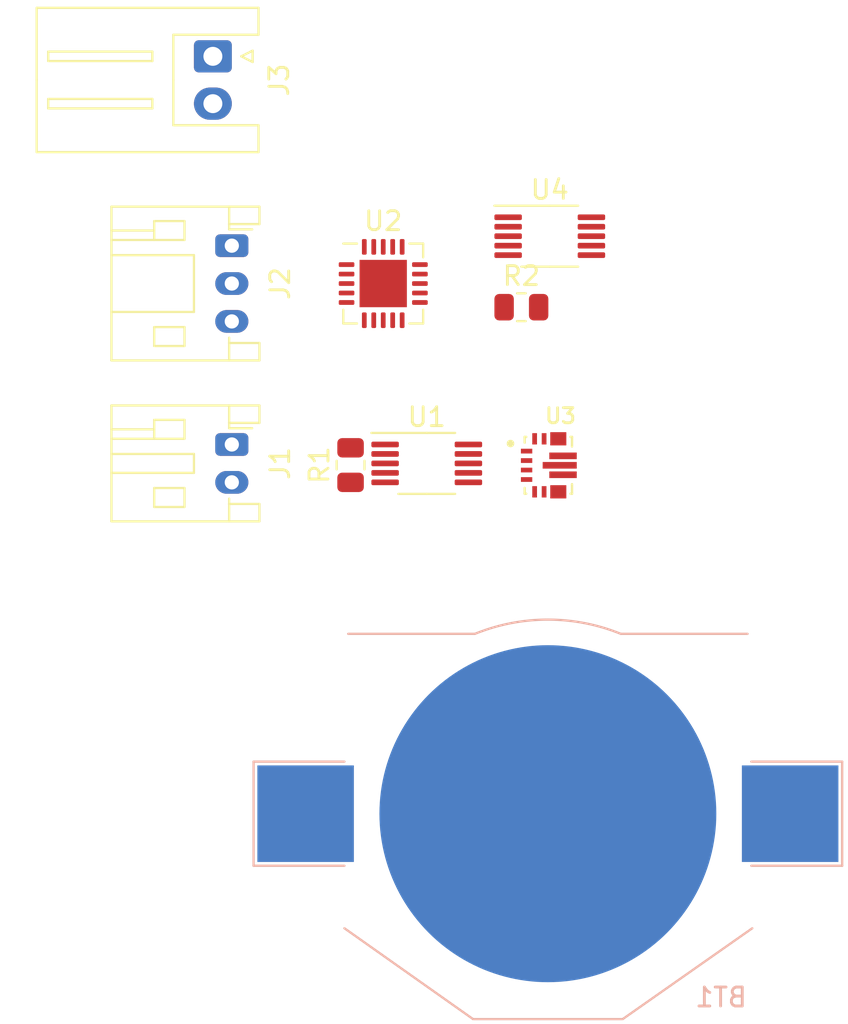
<source format=kicad_pcb>
(kicad_pcb (version 20221018) (generator pcbnew)
  (layers (0 "F.Cu" signal) (31 "B.Cu" signal) (34 "B.Paste" user) (35 "F.Paste" user) (36 "B.SilkS" user "B.Silkscreen") (37 "F.SilkS" user "F.Silkscreen") (38 "B.Mask" user) (39 "F.Mask" user) (44 "Edge.Cuts" user))
  (net 0 "")
  (net 1 "Net-(U2-V_{BAT_SENSE})")
  (net 3 "Net-(U4-Vbus)")
  (net 8 "VDD_BUS")
  (net 11 "Net-(J1-Pin_1)")
  (net 13 "Net-(U2-IN-Pad18)")
  (net 14 "VDD")
  (net 17 "I2C_SDA")
  (net 18 "I2C_SCL")
  (net 19 "GND")
  (net 20 "Net-(D1-A)")
  (net 21 "VBUS")
  (net 22 "Net-(J2-Pin_2)")
  (net 26 "VBU")
  (net 42 "Net-(J3-Pin_1)")
  (footprint "Connector_JST:JST_XH_S2B-XH-A_1x02_P2.50mm_Horizontal" (layer "F.Cu") (at 47 44 -90)
    (fp_text reference "J3" (at 1.25 -3.5 90) (layer "F.SilkS"))
    (fp_text value "Battery")
    (fp_line (start -2.56 -2.41) (end -1.14 -2.41) (stroke (width 0.12)) (layer "F.SilkS"))
    (fp_line (start -2.56 9.31) (end -2.56 -2.41) (stroke (width 0.12)) (layer "F.SilkS"))
    (fp_line (start -1.14 -2.41) (end -1.14 2.09) (stroke (width 0.12)) (layer "F.SilkS"))
    (fp_line (start -1.14 2.09) (end 1.25 2.09) (stroke (width 0.12)) (layer "F.SilkS"))
    (fp_line (start -0.3 -2.1) (end 0.3 -2.1) (stroke (width 0.12)) (layer "F.SilkS"))
    (fp_line (start -0.25 3.2) (end -0.25 8.7) (stroke (width 0.12)) (layer "F.SilkS"))
    (fp_line (start -0.25 8.7) (end 0.25 8.7) (stroke (width 0.12)) (layer "F.SilkS"))
    (fp_line (start 0 -1.5) (end -0.3 -2.1) (stroke (width 0.12)) (layer "F.SilkS"))
    (fp_line (start 0.25 3.2) (end -0.25 3.2) (stroke (width 0.12)) (layer "F.SilkS"))
    (fp_line (start 0.25 8.7) (end 0.25 3.2) (stroke (width 0.12)) (layer "F.SilkS"))
    (fp_line (start 0.3 -2.1) (end 0 -1.5) (stroke (width 0.12)) (layer "F.SilkS"))
    (fp_line (start 1.25 9.31) (end -2.56 9.31) (stroke (width 0.12)) (layer "F.SilkS"))
    (fp_line (start 1.25 9.31) (end 5.06 9.31) (stroke (width 0.12)) (layer "F.SilkS"))
    (fp_line (start 2.25 3.2) (end 2.25 8.7) (stroke (width 0.12)) (layer "F.SilkS"))
    (fp_line (start 2.25 8.7) (end 2.75 8.7) (stroke (width 0.12)) (layer "F.SilkS"))
    (fp_line (start 2.75 3.2) (end 2.25 3.2) (stroke (width 0.12)) (layer "F.SilkS"))
    (fp_line (start 2.75 8.7) (end 2.75 3.2) (stroke (width 0.12)) (layer "F.SilkS"))
    (fp_line (start 3.64 -2.41) (end 3.64 2.09) (stroke (width 0.12)) (layer "F.SilkS"))
    (fp_line (start 3.64 2.09) (end 1.25 2.09) (stroke (width 0.12)) (layer "F.SilkS"))
    (fp_line (start 5.06 -2.41) (end 3.64 -2.41) (stroke (width 0.12)) (layer "F.SilkS"))
    (fp_line (start 5.06 9.31) (end 5.06 -2.41) (stroke (width 0.12)) (layer "F.SilkS"))
    (pad "1" thru_hole roundrect (at 0 0 270) (size 1.7 2) (drill 1) (layers "*.Cu" "*.Mask") (roundrect_rratio 0.147059) (net 42 "Net-(J3-Pin_1)"))
    (pad "2" thru_hole oval (at 2.5 0 270) (size 1.7 2) (drill 1) (layers "*.Cu" "*.Mask") (net 19 "GND"))
  )
  (footprint "WOBCLibrary:VREG_TPS63070RNMR" (layer "F.Cu") (at 64.725 65.6)
    (fp_text reference "U3" (at 0.64 -2.608) (layer "F.SilkS") (effects (font (size 0.8 0.8))))
    (fp_text value "TPS63070RNMR")
    (fp_line (start -1.25 -1.5) (end -1.25 -1.195) (stroke (width 0.127)) (layer "F.SilkS"))
    (fp_line (start -1.25 1.5) (end -1.25 1.195) (stroke (width 0.127)) (layer "F.SilkS"))
    (fp_line (start -1.17 -1.5) (end -1.25 -1.5) (stroke (width 0.127)) (layer "F.SilkS"))
    (fp_line (start -1.17 1.5) (end -1.25 1.5) (stroke (width 0.127)) (layer "F.SilkS"))
    (fp_line (start 1.17 -1.5) (end 1.25 -1.5) (stroke (width 0.127)) (layer "F.SilkS"))
    (fp_line (start 1.25 -1.5) (end 1.25 -0.995) (stroke (width 0.127)) (layer "F.SilkS"))
    (fp_line (start 1.25 0.995) (end 1.25 1.5) (stroke (width 0.127)) (layer "F.SilkS"))
    (fp_line (start 1.25 1.5) (end 1.17 1.5) (stroke (width 0.127)) (layer "F.SilkS"))
    (fp_circle (center -2 -1.15) (end -1.9 -1.15) (stroke (width 0.2)) (fill none) (layer "F.SilkS"))
    (pad "1" smd roundrect (at -1.15 -0.75) (size 0.6 0.25) (layers "F.Cu" "F.Paste") (roundrect_rratio 0.01))
    (pad "2" smd roundrect (at -1.15 -0.25) (size 0.6 0.25) (layers "F.Cu" "F.Paste") (roundrect_rratio 0.01))
    (pad "3" smd roundrect (at -1.15 0.25) (size 0.6 0.25) (layers "F.Cu" "F.Paste") (roundrect_rratio 0.01))
    (pad "4" smd roundrect (at -1.15 0.75) (size 0.6 0.25) (layers "F.Cu" "F.Paste") (roundrect_rratio 0.01))
    (pad "5" smd roundrect (at -0.725 1.4) (size 0.25 0.6) (layers "F.Cu" "F.Paste") (roundrect_rratio 0.01))
    (pad "6" smd roundrect (at -0.225 1.4) (size 0.25 0.6) (layers "F.Cu" "F.Paste") (roundrect_rratio 0.01))
    (pad "7_8" smd roundrect (at 0.525 1.4) (size 0.85 0.7) (layers "F.Cu") (roundrect_rratio 0.02))
    (pad "9" smd roundrect (at 0.775 0.5) (size 1.45 0.35) (layers "F.Cu") (roundrect_rratio 0.01))
    (pad "10" smd roundrect (at 0.6 0) (size 1.8 0.35) (layers "F.Cu") (roundrect_rratio 0.01))
    (pad "11" smd roundrect (at 0.775 -0.5) (size 1.45 0.35) (layers "F.Cu") (roundrect_rratio 0.01))
    (pad "12_13" smd roundrect (at 0.525 -1.4) (size 0.85 0.7) (layers "F.Cu") (roundrect_rratio 0.02))
    (pad "14" smd roundrect (at -0.225 -1.4) (size 0.25 0.6) (layers "F.Cu" "F.Paste") (roundrect_rratio 0.01))
    (pad "15" smd roundrect (at -0.725 -1.4) (size 0.25 0.6) (layers "F.Cu" "F.Paste") (roundrect_rratio 0.01))
  )
  (footprint "Package_SO:VSSOP-10_3x3mm_P0.5mm" (layer "F.Cu") (at 64.8 53.5)
    (fp_text reference "U4" (at 0 -2.45) (layer "F.SilkS"))
    (fp_text value "INA226")
    (fp_line (start 0 -1.61) (end -2.925 -1.61) (stroke (width 0.12)) (layer "F.SilkS"))
    (fp_line (start 0 -1.61) (end 1.5 -1.61) (stroke (width 0.12)) (layer "F.SilkS"))
    (fp_line (start 0 1.61) (end -1.5 1.61) (stroke (width 0.12)) (layer "F.SilkS"))
    (fp_line (start 0 1.61) (end 1.5 1.61) (stroke (width 0.12)) (layer "F.SilkS"))
    (pad "1" smd roundrect (at -2.2 -1) (size 1.45 0.3) (layers "F.Cu" "F.Paste" "F.Mask"))
    (pad "2" smd roundrect (at -2.2 -0.5) (size 1.45 0.3) (layers "F.Cu" "F.Paste" "F.Mask"))
    (pad "3" smd roundrect (at -2.2 0) (size 1.45 0.3) (layers "F.Cu" "F.Paste" "F.Mask"))
    (pad "4" smd roundrect (at -2.2 0.5) (size 1.45 0.3) (layers "F.Cu" "F.Paste" "F.Mask") (net 17 "I2C_SDA"))
    (pad "5" smd roundrect (at -2.2 1) (size 1.45 0.3) (layers "F.Cu" "F.Paste" "F.Mask") (net 18 "I2C_SCL"))
    (pad "6" smd roundrect (at 2.2 1) (size 1.45 0.3) (layers "F.Cu" "F.Paste" "F.Mask") (net 1 "Net-(U2-V_{BAT_SENSE})"))
    (pad "7" smd roundrect (at 2.2 0.5) (size 1.45 0.3) (layers "F.Cu" "F.Paste" "F.Mask") (net 19 "GND"))
    (pad "8" smd roundrect (at 2.2 0) (size 1.45 0.3) (layers "F.Cu" "F.Paste" "F.Mask") (net 3 "Net-(U4-Vbus)"))
    (pad "9" smd roundrect (at 2.2 -0.5) (size 1.45 0.3) (layers "F.Cu" "F.Paste" "F.Mask") (net 1 "Net-(U2-V_{BAT_SENSE})"))
    (pad "10" smd roundrect (at 2.2 -1) (size 1.45 0.3) (layers "F.Cu" "F.Paste" "F.Mask") (net 3 "Net-(U4-Vbus)"))
  )
  (footprint "Resistor_SMD:R_0805_2012Metric" (layer "F.Cu") (at 54.275 65.5875 90)
    (fp_text reference "R1" (at 0 -1.65 90) (layer "F.SilkS"))
    (fp_text value "50mΩ")
    (fp_line (start -0.227064 -0.735) (end 0.227064 -0.735) (stroke (width 0.12)) (layer "F.SilkS"))
    (fp_line (start -0.227064 0.735) (end 0.227064 0.735) (stroke (width 0.12)) (layer "F.SilkS"))
    (pad "1" smd roundrect (at -0.9125 0 90) (size 1.025 1.4) (layers "F.Cu" "F.Paste" "F.Mask") (roundrect_rratio 0.243902) (net 1 "Net-(U2-V_{BAT_SENSE})"))
    (pad "2" smd roundrect (at 0.9125 0 90) (size 1.025 1.4) (layers "F.Cu" "F.Paste" "F.Mask") (roundrect_rratio 0.243902) (net 3 "Net-(U4-Vbus)"))
  )
  (footprint "Connector_JST:JST_PH_S2B-PH-K_1x02_P2.00mm_Horizontal" (layer "F.Cu") (at 48 64.5 -90)
    (fp_text reference "J1" (at 1 -2.55 90) (layer "F.SilkS"))
    (fp_text value "LiPo")
    (fp_line (start -2.06 -1.46) (end -2.06 6.36) (stroke (width 0.12)) (layer "F.SilkS"))
    (fp_line (start -2.06 0.14) (end -1.14 0.14) (stroke (width 0.12)) (layer "F.SilkS"))
    (fp_line (start -2.06 6.36) (end 4.06 6.36) (stroke (width 0.12)) (layer "F.SilkS"))
    (fp_line (start -1.3 2.5) (end -1.3 4.1) (stroke (width 0.12)) (layer "F.SilkS"))
    (fp_line (start -1.3 4.1) (end -0.3 4.1) (stroke (width 0.12)) (layer "F.SilkS"))
    (fp_line (start -1.14 -1.46) (end -2.06 -1.46) (stroke (width 0.12)) (layer "F.SilkS"))
    (fp_line (start -1.14 0.14) (end -1.14 -1.46) (stroke (width 0.12)) (layer "F.SilkS"))
    (fp_line (start -0.86 0.14) (end -1.14 0.14) (stroke (width 0.12)) (layer "F.SilkS"))
    (fp_line (start -0.86 0.14) (end -0.86 -1.075) (stroke (width 0.12)) (layer "F.SilkS"))
    (fp_line (start -0.8 4.1) (end -0.8 6.36) (stroke (width 0.12)) (layer "F.SilkS"))
    (fp_line (start -0.3 2.5) (end -1.3 2.5) (stroke (width 0.12)) (layer "F.SilkS"))
    (fp_line (start -0.3 4.1) (end -0.3 2.5) (stroke (width 0.12)) (layer "F.SilkS"))
    (fp_line (start -0.3 4.1) (end -0.3 6.36) (stroke (width 0.12)) (layer "F.SilkS"))
    (fp_line (start 0.5 2) (end 1.5 2) (stroke (width 0.12)) (layer "F.SilkS"))
    (fp_line (start 0.5 6.36) (end 0.5 2) (stroke (width 0.12)) (layer "F.SilkS"))
    (fp_line (start 1.5 2) (end 1.5 6.36) (stroke (width 0.12)) (layer "F.SilkS"))
    (fp_line (start 2.3 2.5) (end 3.3 2.5) (stroke (width 0.12)) (layer "F.SilkS"))
    (fp_line (start 2.3 4.1) (end 2.3 2.5) (stroke (width 0.12)) (layer "F.SilkS"))
    (fp_line (start 3.14 -1.46) (end 3.14 0.14) (stroke (width 0.12)) (layer "F.SilkS"))
    (fp_line (start 3.14 0.14) (end 2.86 0.14) (stroke (width 0.12)) (layer "F.SilkS"))
    (fp_line (start 3.3 2.5) (end 3.3 4.1) (stroke (width 0.12)) (layer "F.SilkS"))
    (fp_line (start 3.3 4.1) (end 2.3 4.1) (stroke (width 0.12)) (layer "F.SilkS"))
    (fp_line (start 4.06 -1.46) (end 3.14 -1.46) (stroke (width 0.12)) (layer "F.SilkS"))
    (fp_line (start 4.06 0.14) (end 3.14 0.14) (stroke (width 0.12)) (layer "F.SilkS"))
    (fp_line (start 4.06 6.36) (end 4.06 -1.46) (stroke (width 0.12)) (layer "F.SilkS"))
    (pad "1" thru_hole roundrect (at 0 0 270) (size 1.2 1.75) (drill 0.75) (layers "*.Cu" "*.Mask") (roundrect_rratio 0.208333) (net 11 "Net-(J1-Pin_1)"))
    (pad "2" thru_hole oval (at 2 0 270) (size 1.2 1.75) (drill 0.75) (layers "*.Cu" "*.Mask") (net 19 "GND"))
  )
  (footprint "Package_SO:VSSOP-10_3x3mm_P0.5mm" (layer "F.Cu") (at 58.3 65.5)
    (fp_text reference "U1" (at 0 -2.45) (layer "F.SilkS"))
    (fp_text value "INA226")
    (fp_line (start 0 -1.61) (end -2.925 -1.61) (stroke (width 0.12)) (layer "F.SilkS"))
    (fp_line (start 0 -1.61) (end 1.5 -1.61) (stroke (width 0.12)) (layer "F.SilkS"))
    (fp_line (start 0 1.61) (end -1.5 1.61) (stroke (width 0.12)) (layer "F.SilkS"))
    (fp_line (start 0 1.61) (end 1.5 1.61) (stroke (width 0.12)) (layer "F.SilkS"))
    (pad "1" smd roundrect (at -2.2 -1) (size 1.45 0.3) (layers "F.Cu" "F.Paste" "F.Mask"))
    (pad "2" smd roundrect (at -2.2 -0.5) (size 1.45 0.3) (layers "F.Cu" "F.Paste" "F.Mask"))
    (pad "3" smd roundrect (at -2.2 0) (size 1.45 0.3) (layers "F.Cu" "F.Paste" "F.Mask"))
    (pad "4" smd roundrect (at -2.2 0.5) (size 1.45 0.3) (layers "F.Cu" "F.Paste" "F.Mask") (net 17 "I2C_SDA"))
    (pad "5" smd roundrect (at -2.2 1) (size 1.45 0.3) (layers "F.Cu" "F.Paste" "F.Mask") (net 18 "I2C_SCL"))
    (pad "6" smd roundrect (at 2.2 1) (size 1.45 0.3) (layers "F.Cu" "F.Paste" "F.Mask") (net 8 "VDD_BUS"))
    (pad "7" smd roundrect (at 2.2 0.5) (size 1.45 0.3) (layers "F.Cu" "F.Paste" "F.Mask") (net 19 "GND"))
    (pad "8" smd roundrect (at 2.2 0) (size 1.45 0.3) (layers "F.Cu" "F.Paste" "F.Mask") (net 8 "VDD_BUS"))
    (pad "9" smd roundrect (at 2.2 -0.5) (size 1.45 0.3) (layers "F.Cu" "F.Paste" "F.Mask") (net 14 "VDD"))
    (pad "10" smd roundrect (at 2.2 -1) (size 1.45 0.3) (layers "F.Cu" "F.Paste" "F.Mask") (net 8 "VDD_BUS"))
  )
  (footprint "Package_DFN_QFN:QFN-20-1EP_4x4mm_P0.5mm_EP2.5x2.5mm" (layer "F.Cu") (at 56 56)
    (fp_text reference "U2" (at 0 -3.3) (layer "F.SilkS"))
    (fp_text value "MCP73871-1CC")
    (fp_line (start -2.11 2.11) (end -2.11 1.385) (stroke (width 0.12)) (layer "F.SilkS"))
    (fp_line (start -1.385 -2.11) (end -2.11 -2.11) (stroke (width 0.12)) (layer "F.SilkS"))
    (fp_line (start -1.385 2.11) (end -2.11 2.11) (stroke (width 0.12)) (layer "F.SilkS"))
    (fp_line (start 1.385 -2.11) (end 2.11 -2.11) (stroke (width 0.12)) (layer "F.SilkS"))
    (fp_line (start 1.385 2.11) (end 2.11 2.11) (stroke (width 0.12)) (layer "F.SilkS"))
    (fp_line (start 2.11 -2.11) (end 2.11 -1.385) (stroke (width 0.12)) (layer "F.SilkS"))
    (fp_line (start 2.11 2.11) (end 2.11 1.385) (stroke (width 0.12)) (layer "F.SilkS"))
    (pad "1" smd roundrect (at -1.9375 -1) (size 0.825 0.25) (layers "F.Cu" "F.Paste" "F.Mask") (net 20 "Net-(D1-A)"))
    (pad "2" smd roundrect (at -1.9375 -0.5) (size 0.825 0.25) (layers "F.Cu" "F.Paste" "F.Mask") (net 21 "VBUS"))
    (pad "3" smd roundrect (at -1.9375 0) (size 0.825 0.25) (layers "F.Cu" "F.Paste" "F.Mask") (net 21 "VBUS"))
    (pad "4" smd roundrect (at -1.9375 0.5) (size 0.825 0.25) (layers "F.Cu" "F.Paste" "F.Mask"))
    (pad "5" smd roundrect (at -1.9375 1) (size 0.825 0.25) (layers "F.Cu" "F.Paste" "F.Mask") (net 22 "Net-(J2-Pin_2)"))
    (pad "6" smd roundrect (at -1 1.9375) (size 0.25 0.825) (layers "F.Cu" "F.Paste" "F.Mask"))
    (pad "7" smd roundrect (at -0.5 1.9375) (size 0.25 0.825) (layers "F.Cu" "F.Paste" "F.Mask"))
    (pad "8" smd roundrect (at 0 1.9375) (size 0.25 0.825) (layers "F.Cu" "F.Paste" "F.Mask"))
    (pad "9" smd roundrect (at 0.5 1.9375) (size 0.25 0.825) (layers "F.Cu" "F.Paste" "F.Mask"))
    (pad "10" smd roundrect (at 1 1.9375) (size 0.25 0.825) (layers "F.Cu" "F.Paste" "F.Mask") (net 19 "GND"))
    (pad "11" smd roundrect (at 1.9375 1) (size 0.825 0.25) (layers "F.Cu" "F.Paste" "F.Mask") (net 19 "GND"))
    (pad "12" smd roundrect (at 1.9375 0.5) (size 0.825 0.25) (layers "F.Cu" "F.Paste" "F.Mask"))
    (pad "13" smd roundrect (at 1.9375 0) (size 0.825 0.25) (layers "F.Cu" "F.Paste" "F.Mask"))
    (pad "14" smd roundrect (at 1.9375 -0.5) (size 0.825 0.25) (layers "F.Cu" "F.Paste" "F.Mask") (net 1 "Net-(U2-V_{BAT_SENSE})"))
    (pad "15" smd roundrect (at 1.9375 -1) (size 0.825 0.25) (layers "F.Cu" "F.Paste" "F.Mask") (net 1 "Net-(U2-V_{BAT_SENSE})"))
    (pad "16" smd roundrect (at 1 -1.9375) (size 0.25 0.825) (layers "F.Cu" "F.Paste" "F.Mask") (net 1 "Net-(U2-V_{BAT_SENSE})"))
    (pad "17" smd roundrect (at 0.5 -1.9375) (size 0.25 0.825) (layers "F.Cu" "F.Paste" "F.Mask"))
    (pad "18" smd roundrect (at 0 -1.9375) (size 0.25 0.825) (layers "F.Cu" "F.Paste" "F.Mask") (net 13 "Net-(U2-IN-Pad18)"))
    (pad "19" smd roundrect (at -0.5 -1.9375) (size 0.25 0.825) (layers "F.Cu" "F.Paste" "F.Mask") (net 13 "Net-(U2-IN-Pad18)"))
    (pad "20" smd roundrect (at -1 -1.9375) (size 0.25 0.825) (layers "F.Cu" "F.Paste" "F.Mask") (net 20 "Net-(D1-A)"))
    (pad "21" smd rect (at 0 0) (size 2.5 2.5) (layers "F.Cu" "F.Mask") (net 19 "GND"))
  )
  (footprint "Resistor_SMD:R_0805_2012Metric" (layer "F.Cu") (at 63.3 57.25)
    (fp_text reference "R2" (at 0 -1.65) (layer "F.SilkS"))
    (fp_text value "50mΩ")
    (fp_line (start -0.227064 -0.735) (end 0.227064 -0.735) (stroke (width 0.12)) (layer "F.SilkS"))
    (fp_line (start -0.227064 0.735) (end 0.227064 0.735) (stroke (width 0.12)) (layer "F.SilkS"))
    (pad "1" smd roundrect (at -0.9125 0) (size 1.025 1.4) (layers "F.Cu" "F.Paste" "F.Mask") (roundrect_rratio 0.243902) (net 8 "VDD_BUS"))
    (pad "2" smd roundrect (at 0.9125 0) (size 1.025 1.4) (layers "F.Cu" "F.Paste" "F.Mask") (roundrect_rratio 0.243902) (net 14 "VDD"))
  )
  (footprint "Connector_JST:JST_PH_S3B-PH-K_1x03_P2.00mm_Horizontal" (layer "F.Cu") (at 48 54 -90)
    (fp_text reference "J2" (at 2 -2.55 90) (layer "F.SilkS"))
    (fp_text value "Temp&Heater")
    (fp_line (start -2.06 -1.46) (end -2.06 6.36) (stroke (width 0.12)) (layer "F.SilkS"))
    (fp_line (start -2.06 0.14) (end -1.14 0.14) (stroke (width 0.12)) (layer "F.SilkS"))
    (fp_line (start -2.06 6.36) (end 6.06 6.36) (stroke (width 0.12)) (layer "F.SilkS"))
    (fp_line (start -1.3 2.5) (end -1.3 4.1) (stroke (width 0.12)) (layer "F.SilkS"))
    (fp_line (start -1.3 4.1) (end -0.3 4.1) (stroke (width 0.12)) (layer "F.SilkS"))
    (fp_line (start -1.14 -1.46) (end -2.06 -1.46) (stroke (width 0.12)) (layer "F.SilkS"))
    (fp_line (start -1.14 0.14) (end -1.14 -1.46) (stroke (width 0.12)) (layer "F.SilkS"))
    (fp_line (start -0.86 0.14) (end -1.14 0.14) (stroke (width 0.12)) (layer "F.SilkS"))
    (fp_line (start -0.86 0.14) (end -0.86 -1.075) (stroke (width 0.12)) (layer "F.SilkS"))
    (fp_line (start -0.8 4.1) (end -0.8 6.36) (stroke (width 0.12)) (layer "F.SilkS"))
    (fp_line (start -0.3 2.5) (end -1.3 2.5) (stroke (width 0.12)) (layer "F.SilkS"))
    (fp_line (start -0.3 4.1) (end -0.3 2.5) (stroke (width 0.12)) (layer "F.SilkS"))
    (fp_line (start -0.3 4.1) (end -0.3 6.36) (stroke (width 0.12)) (layer "F.SilkS"))
    (fp_line (start 0.5 2) (end 3.5 2) (stroke (width 0.12)) (layer "F.SilkS"))
    (fp_line (start 0.5 6.36) (end 0.5 2) (stroke (width 0.12)) (layer "F.SilkS"))
    (fp_line (start 3.5 2) (end 3.5 6.36) (stroke (width 0.12)) (layer "F.SilkS"))
    (fp_line (start 4.3 2.5) (end 5.3 2.5) (stroke (width 0.12)) (layer "F.SilkS"))
    (fp_line (start 4.3 4.1) (end 4.3 2.5) (stroke (width 0.12)) (layer "F.SilkS"))
    (fp_line (start 5.14 -1.46) (end 5.14 0.14) (stroke (width 0.12)) (layer "F.SilkS"))
    (fp_line (start 5.14 0.14) (end 4.86 0.14) (stroke (width 0.12)) (layer "F.SilkS"))
    (fp_line (start 5.3 2.5) (end 5.3 4.1) (stroke (width 0.12)) (layer "F.SilkS"))
    (fp_line (start 5.3 4.1) (end 4.3 4.1) (stroke (width 0.12)) (layer "F.SilkS"))
    (fp_line (start 6.06 -1.46) (end 5.14 -1.46) (stroke (width 0.12)) (layer "F.SilkS"))
    (fp_line (start 6.06 0.14) (end 5.14 0.14) (stroke (width 0.12)) (layer "F.SilkS"))
    (fp_line (start 6.06 6.36) (end 6.06 -1.46) (stroke (width 0.12)) (layer "F.SilkS"))
    (pad "1" thru_hole roundrect (at 0 0 270) (size 1.2 1.75) (drill 0.75) (layers "*.Cu" "*.Mask") (roundrect_rratio 0.208333))
    (pad "2" thru_hole oval (at 2 0 270) (size 1.2 1.75) (drill 0.75) (layers "*.Cu" "*.Mask") (net 22 "Net-(J2-Pin_2)"))
    (pad "3" thru_hole oval (at 4 0 270) (size 1.2 1.75) (drill 0.75) (layers "*.Cu" "*.Mask") (net 19 "GND"))
  )
  (footprint "Battery:BatteryHolder_Keystone_3002_1x2032" (layer "B.Cu") (at 64.7 84 180)
    (fp_text reference "BT1" (at -9.15 -9.7) (layer "B.SilkS") (effects (justify mirror)))
    (fp_text value "Battery_Cell")
    (fp_line (start -15.55 -2.75) (end -10.75 -2.75) (stroke (width 0.12)) (layer "B.SilkS"))
    (fp_line (start -15.55 2.75) (end -15.55 -2.75) (stroke (width 0.12)) (layer "B.SilkS"))
    (fp_line (start -10.8 -6.05) (end -3.95 -10.85) (stroke (width 0.12)) (layer "B.SilkS"))
    (fp_line (start -10.75 2.75) (end -15.55 2.75) (stroke (width 0.12)) (layer "B.SilkS"))
    (fp_line (start -10.55 9.5) (end -3.85 9.5) (stroke (width 0.12)) (layer "B.SilkS"))
    (fp_line (start -3.95 -10.85) (end 3.95 -10.85) (stroke (width 0.12)) (layer "B.SilkS"))
    (fp_line (start 3.95 -10.85) (end 10.75 -6.05) (stroke (width 0.12)) (layer "B.SilkS"))
    (fp_line (start 10.55 9.5) (end 3.85 9.5) (stroke (width 0.12)) (layer "B.SilkS"))
    (fp_line (start 10.75 -2.75) (end 15.55 -2.75) (stroke (width 0.12)) (layer "B.SilkS"))
    (fp_line (start 15.55 -2.75) (end 15.55 2.75) (stroke (width 0.12)) (layer "B.SilkS"))
    (fp_line (start 15.55 2.75) (end 10.75 2.75) (stroke (width 0.12)) (layer "B.SilkS"))
    (fp_arc (start 3.85 9.5) (mid 0.00195 10.250488) (end -3.846385 9.501464) (stroke (width 0.12)) (layer "B.SilkS"))
    (pad "1" smd rect (at -12.8 0 180) (size 5.1 5.1) (layers "B.Cu" "B.Paste" "B.Mask") (net 26 "VBU"))
    (pad "1" smd rect (at 12.8 0 180) (size 5.1 5.1) (layers "B.Cu" "B.Paste" "B.Mask") (net 26 "VBU"))
    (pad "2" smd circle (at 0 0 180) (size 17.8 17.8) (layers "B.Cu" "B.Mask") (net 19 "GND"))
  )
)
</source>
